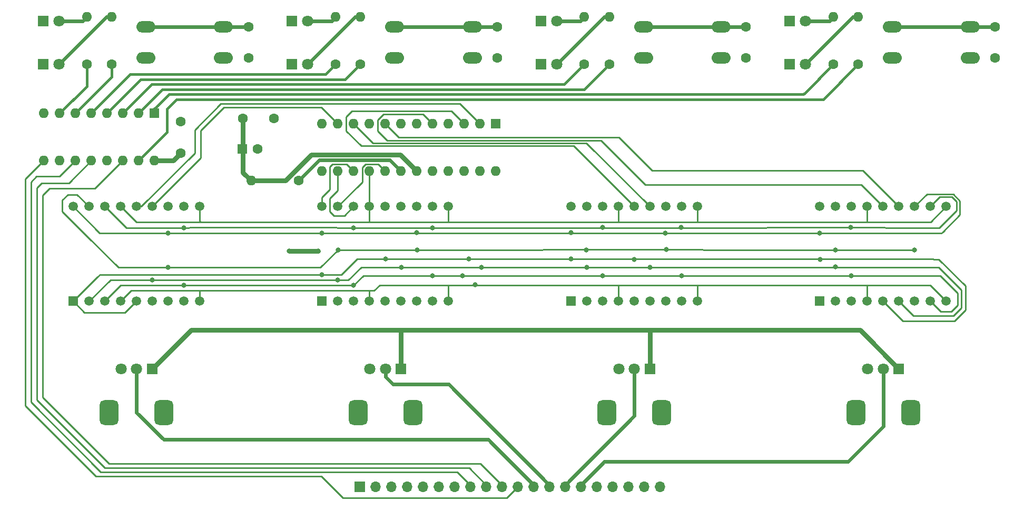
<source format=gbr>
%TF.GenerationSoftware,KiCad,Pcbnew,(6.0.5)*%
%TF.CreationDate,2022-12-29T11:20:52+00:00*%
%TF.ProjectId,PicoTX816-IOBoard,5069636f-5458-4383-9136-2d494f426f61,rev?*%
%TF.SameCoordinates,Original*%
%TF.FileFunction,Copper,L1,Top*%
%TF.FilePolarity,Positive*%
%FSLAX46Y46*%
G04 Gerber Fmt 4.6, Leading zero omitted, Abs format (unit mm)*
G04 Created by KiCad (PCBNEW (6.0.5)) date 2022-12-29 11:20:52*
%MOMM*%
%LPD*%
G01*
G04 APERTURE LIST*
G04 Aperture macros list*
%AMRoundRect*
0 Rectangle with rounded corners*
0 $1 Rounding radius*
0 $2 $3 $4 $5 $6 $7 $8 $9 X,Y pos of 4 corners*
0 Add a 4 corners polygon primitive as box body*
4,1,4,$2,$3,$4,$5,$6,$7,$8,$9,$2,$3,0*
0 Add four circle primitives for the rounded corners*
1,1,$1+$1,$2,$3*
1,1,$1+$1,$4,$5*
1,1,$1+$1,$6,$7*
1,1,$1+$1,$8,$9*
0 Add four rect primitives between the rounded corners*
20,1,$1+$1,$2,$3,$4,$5,0*
20,1,$1+$1,$4,$5,$6,$7,0*
20,1,$1+$1,$6,$7,$8,$9,0*
20,1,$1+$1,$8,$9,$2,$3,0*%
G04 Aperture macros list end*
%TA.AperFunction,ComponentPad*%
%ADD10C,1.600000*%
%TD*%
%TA.AperFunction,ComponentPad*%
%ADD11R,1.800000X1.800000*%
%TD*%
%TA.AperFunction,ComponentPad*%
%ADD12C,1.800000*%
%TD*%
%TA.AperFunction,ComponentPad*%
%ADD13RoundRect,0.750000X-0.750000X1.250000X-0.750000X-1.250000X0.750000X-1.250000X0.750000X1.250000X0*%
%TD*%
%TA.AperFunction,ComponentPad*%
%ADD14R,1.600000X1.600000*%
%TD*%
%TA.AperFunction,ComponentPad*%
%ADD15O,1.600000X1.600000*%
%TD*%
%TA.AperFunction,ComponentPad*%
%ADD16R,1.500000X1.500000*%
%TD*%
%TA.AperFunction,ComponentPad*%
%ADD17C,1.500000*%
%TD*%
%TA.AperFunction,ComponentPad*%
%ADD18O,3.048000X1.850000*%
%TD*%
%TA.AperFunction,ComponentPad*%
%ADD19R,1.700000X1.700000*%
%TD*%
%TA.AperFunction,ComponentPad*%
%ADD20O,1.700000X1.700000*%
%TD*%
%TA.AperFunction,ViaPad*%
%ADD21C,0.800000*%
%TD*%
%TA.AperFunction,Conductor*%
%ADD22C,0.250000*%
%TD*%
%TA.AperFunction,Conductor*%
%ADD23C,0.800000*%
%TD*%
%TA.AperFunction,Conductor*%
%ADD24C,0.600000*%
%TD*%
%TA.AperFunction,Conductor*%
%ADD25C,0.400000*%
%TD*%
G04 APERTURE END LIST*
D10*
%TO.P,C2,1*%
%TO.N,GND*%
X93000000Y-26000000D03*
%TO.P,C2,2*%
%TO.N,/SW2*%
X93000000Y-21000000D03*
%TD*%
%TO.P,C6,1*%
%TO.N,+5V*%
X52100000Y-35670000D03*
%TO.P,C6,2*%
%TO.N,GND*%
X57100000Y-35670000D03*
%TD*%
D11*
%TO.P,D6,1,K*%
%TO.N,GND*%
X100000000Y-27000000D03*
D12*
%TO.P,D6,2,A*%
%TO.N,Net-(D6-Pad2)*%
X102540000Y-27000000D03*
%TD*%
D11*
%TO.P,RV3,1,1*%
%TO.N,+3V3*%
X117540000Y-76000000D03*
D12*
%TO.P,RV3,2,2*%
%TO.N,/ALG3*%
X115040000Y-76000000D03*
%TO.P,RV3,3,3*%
%TO.N,GND*%
X112540000Y-76000000D03*
D13*
%TO.P,RV3,MP*%
%TO.N,N/C*%
X110640000Y-83000000D03*
X119440000Y-83000000D03*
%TD*%
D14*
%TO.P,U4,1,QB*%
%TO.N,Net-(R7-Pad1)*%
X37905000Y-34840000D03*
D15*
%TO.P,U4,2,QC*%
%TO.N,Net-(R6-Pad1)*%
X35365000Y-34840000D03*
%TO.P,U4,3,QD*%
%TO.N,Net-(R5-Pad1)*%
X32825000Y-34840000D03*
%TO.P,U4,4,QE*%
%TO.N,Net-(R4-Pad1)*%
X30285000Y-34840000D03*
%TO.P,U4,5,QF*%
%TO.N,Net-(R3-Pad1)*%
X27745000Y-34840000D03*
%TO.P,U4,6,QG*%
%TO.N,Net-(R2-Pad1)*%
X25205000Y-34840000D03*
%TO.P,U4,7,QH*%
%TO.N,Net-(R1-Pad1)*%
X22665000Y-34840000D03*
%TO.P,U4,8,GND*%
%TO.N,GND*%
X20125000Y-34840000D03*
%TO.P,U4,9,QH'*%
%TO.N,/595_OUT*%
X20125000Y-42460000D03*
%TO.P,U4,10,~{SRCLR}*%
%TO.N,+3V3*%
X22665000Y-42460000D03*
%TO.P,U4,11,SRCLK*%
%TO.N,/595_SHCP*%
X25205000Y-42460000D03*
%TO.P,U4,12,RCLK*%
%TO.N,/595_STCP*%
X27745000Y-42460000D03*
%TO.P,U4,13,~{OE}*%
%TO.N,GND*%
X30285000Y-42460000D03*
%TO.P,U4,14,SER*%
%TO.N,/595_DS*%
X32825000Y-42460000D03*
%TO.P,U4,15,QA*%
%TO.N,Net-(R8-Pad1)*%
X35365000Y-42460000D03*
%TO.P,U4,16,VCC*%
%TO.N,+3V3*%
X37905000Y-42460000D03*
%TD*%
D16*
%TO.P,U7,1,DIG1_E*%
%TO.N,Net-(U10-Pad1)*%
X24840000Y-65120000D03*
D17*
%TO.P,U7,2,DIG1_D*%
%TO.N,Net-(U10-Pad2)*%
X27380000Y-65120000D03*
%TO.P,U7,3,DIG1_C*%
%TO.N,Net-(U10-Pad3)*%
X29920000Y-65120000D03*
%TO.P,U7,4,DP1*%
%TO.N,Net-(U10-Pad4)*%
X32460000Y-65120000D03*
%TO.P,U7,5,DIG2_E*%
%TO.N,Net-(U10-Pad1)*%
X35000000Y-65120000D03*
%TO.P,U7,6,DIG2_D*%
%TO.N,Net-(U10-Pad2)*%
X37540000Y-65120000D03*
%TO.P,U7,7,DIG2_G*%
%TO.N,Net-(U10-Pad17)*%
X40080000Y-65120000D03*
%TO.P,U7,8,DIG2_C*%
%TO.N,Net-(U10-Pad3)*%
X42620000Y-65120000D03*
%TO.P,U7,9,DP2*%
%TO.N,Net-(U10-Pad4)*%
X45160000Y-65120000D03*
%TO.P,U7,10,DIG2_B*%
%TO.N,Net-(U10-Pad10)*%
X45160000Y-49880000D03*
%TO.P,U7,11,DIG2_A*%
%TO.N,Net-(U10-Pad11)*%
X42620000Y-49880000D03*
%TO.P,U7,12,DIG2_F*%
%TO.N,Net-(U10-Pad12)*%
X40080000Y-49880000D03*
%TO.P,U7,13,DIG2_CC*%
%TO.N,Net-(U2-Pad11)*%
X37540000Y-49880000D03*
%TO.P,U7,14,DIG1_CC*%
%TO.N,Net-(U2-Pad2)*%
X35000000Y-49880000D03*
%TO.P,U7,15,DIG1_B*%
%TO.N,Net-(U10-Pad10)*%
X32460000Y-49880000D03*
%TO.P,U7,16,DIG1_A*%
%TO.N,Net-(U10-Pad11)*%
X29920000Y-49880000D03*
%TO.P,U7,17,DIG1_G*%
%TO.N,Net-(U10-Pad17)*%
X27380000Y-49880000D03*
%TO.P,U7,18,DIG1_F*%
%TO.N,Net-(U10-Pad12)*%
X24840000Y-49880000D03*
%TD*%
D10*
%TO.P,R3,1*%
%TO.N,Net-(R3-Pad1)*%
X67000000Y-27000000D03*
D15*
%TO.P,R3,2*%
%TO.N,Net-(D3-Pad2)*%
X67000000Y-19380000D03*
%TD*%
D10*
%TO.P,R2,1*%
%TO.N,Net-(R2-Pad1)*%
X31000000Y-27000000D03*
D15*
%TO.P,R2,2*%
%TO.N,Net-(D2-Pad2)*%
X31000000Y-19380000D03*
%TD*%
D18*
%TO.P,SW3,1,1*%
%TO.N,/SW3*%
X129000000Y-21000000D03*
X116500000Y-21000000D03*
%TO.P,SW3,2,2*%
%TO.N,GND*%
X116500000Y-26000000D03*
X129000000Y-26000000D03*
%TD*%
D10*
%TO.P,R1,1*%
%TO.N,Net-(R1-Pad1)*%
X27000000Y-27000000D03*
D15*
%TO.P,R1,2*%
%TO.N,Net-(D1-Pad2)*%
X27000000Y-19380000D03*
%TD*%
D10*
%TO.P,R9,1*%
%TO.N,Net-(R9-Pad1)*%
X61040000Y-45720000D03*
D15*
%TO.P,R9,2*%
%TO.N,+5V*%
X53420000Y-45720000D03*
%TD*%
D10*
%TO.P,C4,1*%
%TO.N,GND*%
X173000000Y-26000000D03*
%TO.P,C4,2*%
%TO.N,/SW4*%
X173000000Y-21000000D03*
%TD*%
%TO.P,R8,1*%
%TO.N,Net-(R8-Pad1)*%
X151000000Y-27000000D03*
D15*
%TO.P,R8,2*%
%TO.N,Net-(D8-Pad2)*%
X151000000Y-19380000D03*
%TD*%
D10*
%TO.P,R5,1*%
%TO.N,Net-(R5-Pad1)*%
X107000000Y-27000000D03*
D15*
%TO.P,R5,2*%
%TO.N,Net-(D5-Pad2)*%
X107000000Y-19380000D03*
%TD*%
D16*
%TO.P,U9,1,DIG1_E*%
%TO.N,Net-(U10-Pad1)*%
X104840000Y-65120000D03*
D17*
%TO.P,U9,2,DIG1_D*%
%TO.N,Net-(U10-Pad2)*%
X107380000Y-65120000D03*
%TO.P,U9,3,DIG1_C*%
%TO.N,Net-(U10-Pad3)*%
X109920000Y-65120000D03*
%TO.P,U9,4,DP1*%
%TO.N,Net-(U10-Pad4)*%
X112460000Y-65120000D03*
%TO.P,U9,5,DIG2_E*%
%TO.N,Net-(U10-Pad1)*%
X115000000Y-65120000D03*
%TO.P,U9,6,DIG2_D*%
%TO.N,Net-(U10-Pad2)*%
X117540000Y-65120000D03*
%TO.P,U9,7,DIG2_G*%
%TO.N,Net-(U10-Pad17)*%
X120080000Y-65120000D03*
%TO.P,U9,8,DIG2_C*%
%TO.N,Net-(U10-Pad3)*%
X122620000Y-65120000D03*
%TO.P,U9,9,DP2*%
%TO.N,Net-(U10-Pad4)*%
X125160000Y-65120000D03*
%TO.P,U9,10,DIG2_B*%
%TO.N,Net-(U10-Pad10)*%
X125160000Y-49880000D03*
%TO.P,U9,11,DIG2_A*%
%TO.N,Net-(U10-Pad11)*%
X122620000Y-49880000D03*
%TO.P,U9,12,DIG2_F*%
%TO.N,Net-(U10-Pad12)*%
X120080000Y-49880000D03*
%TO.P,U9,13,DIG2_CC*%
%TO.N,Net-(U2-Pad10)*%
X117540000Y-49880000D03*
%TO.P,U9,14,DIG1_CC*%
%TO.N,Net-(U2-Pad3)*%
X115000000Y-49880000D03*
%TO.P,U9,15,DIG1_B*%
%TO.N,Net-(U10-Pad10)*%
X112460000Y-49880000D03*
%TO.P,U9,16,DIG1_A*%
%TO.N,Net-(U10-Pad11)*%
X109920000Y-49880000D03*
%TO.P,U9,17,DIG1_G*%
%TO.N,Net-(U10-Pad17)*%
X107380000Y-49880000D03*
%TO.P,U9,18,DIG1_F*%
%TO.N,Net-(U10-Pad12)*%
X104840000Y-49880000D03*
%TD*%
D11*
%TO.P,D1,1,K*%
%TO.N,GND*%
X20000000Y-20000000D03*
D12*
%TO.P,D1,2,A*%
%TO.N,Net-(D1-Pad2)*%
X22540000Y-20000000D03*
%TD*%
D19*
%TO.P,J2,1,Pin_1*%
%TO.N,+3V3*%
X70870000Y-95000000D03*
D20*
%TO.P,J2,2,Pin_2*%
%TO.N,+5V*%
X73410000Y-95000000D03*
%TO.P,J2,3,Pin_3*%
%TO.N,GND*%
X75950000Y-95000000D03*
%TO.P,J2,4,Pin_4*%
%TO.N,/SPI0_CS_5V*%
X78490000Y-95000000D03*
%TO.P,J2,5,Pin_5*%
%TO.N,/SPI0_SCK_5V*%
X81030000Y-95000000D03*
%TO.P,J2,6,Pin_6*%
%TO.N,/SPI0_TX_5V*%
X83570000Y-95000000D03*
%TO.P,J2,7,Pin_7*%
%TO.N,/LED_OUT_5V*%
X86110000Y-95000000D03*
%TO.P,J2,8,Pin_8*%
%TO.N,/595_SHCP*%
X88650000Y-95000000D03*
%TO.P,J2,9,Pin_9*%
%TO.N,/595_STCP*%
X91190000Y-95000000D03*
%TO.P,J2,10,Pin_10*%
%TO.N,/595_DS*%
X93730000Y-95000000D03*
%TO.P,J2,11,Pin_11*%
%TO.N,/595_OUT*%
X96270000Y-95000000D03*
%TO.P,J2,12,Pin_12*%
%TO.N,/ALG1*%
X98810000Y-95000000D03*
%TO.P,J2,13,Pin_13*%
%TO.N,/ALG2*%
X101350000Y-95000000D03*
%TO.P,J2,14,Pin_14*%
%TO.N,/ALG3*%
X103890000Y-95000000D03*
%TO.P,J2,15,Pin_15*%
%TO.N,/ALG4*%
X106430000Y-95000000D03*
%TO.P,J2,16,Pin_16*%
%TO.N,/SW1*%
X108970000Y-95000000D03*
%TO.P,J2,17,Pin_17*%
%TO.N,/SW2*%
X111510000Y-95000000D03*
%TO.P,J2,18,Pin_18*%
%TO.N,/SW3*%
X114050000Y-95000000D03*
%TO.P,J2,19,Pin_19*%
%TO.N,/SW4*%
X116590000Y-95000000D03*
%TO.P,J2,20,Pin_20*%
%TO.N,unconnected-(J2-Pad20)*%
X119130000Y-95000000D03*
%TD*%
D11*
%TO.P,D7,1,K*%
%TO.N,GND*%
X140000000Y-20000000D03*
D12*
%TO.P,D7,2,A*%
%TO.N,Net-(D7-Pad2)*%
X142540000Y-20000000D03*
%TD*%
D11*
%TO.P,RV1,1,1*%
%TO.N,+3V3*%
X37540000Y-76000000D03*
D12*
%TO.P,RV1,2,2*%
%TO.N,/ALG1*%
X35040000Y-76000000D03*
%TO.P,RV1,3,3*%
%TO.N,GND*%
X32540000Y-76000000D03*
D13*
%TO.P,RV1,MP*%
%TO.N,N/C*%
X30640000Y-83000000D03*
X39440000Y-83000000D03*
%TD*%
D18*
%TO.P,SW1,1,1*%
%TO.N,/SW1*%
X36500000Y-21000000D03*
X49000000Y-21000000D03*
%TO.P,SW1,2,2*%
%TO.N,GND*%
X49000000Y-26000000D03*
X36500000Y-26000000D03*
%TD*%
%TO.P,SW2,1,1*%
%TO.N,/SW2*%
X76500000Y-21000000D03*
X89000000Y-21000000D03*
%TO.P,SW2,2,2*%
%TO.N,GND*%
X89000000Y-26000000D03*
X76500000Y-26000000D03*
%TD*%
D14*
%TO.P,C10,1*%
%TO.N,+5V*%
X52014888Y-40650000D03*
D10*
%TO.P,C10,2*%
%TO.N,GND*%
X54514888Y-40650000D03*
%TD*%
D18*
%TO.P,SW4,1,1*%
%TO.N,/SW4*%
X169000000Y-21000000D03*
X156500000Y-21000000D03*
%TO.P,SW4,2,2*%
%TO.N,GND*%
X156500000Y-26000000D03*
X169000000Y-26000000D03*
%TD*%
D11*
%TO.P,D8,1,K*%
%TO.N,GND*%
X140000000Y-27000000D03*
D12*
%TO.P,D8,2,A*%
%TO.N,Net-(D8-Pad2)*%
X142540000Y-27000000D03*
%TD*%
D16*
%TO.P,U10,1,DIG1_E*%
%TO.N,Net-(U10-Pad1)*%
X144840000Y-65120000D03*
D17*
%TO.P,U10,2,DIG1_D*%
%TO.N,Net-(U10-Pad2)*%
X147380000Y-65120000D03*
%TO.P,U10,3,DIG1_C*%
%TO.N,Net-(U10-Pad3)*%
X149920000Y-65120000D03*
%TO.P,U10,4,DP1*%
%TO.N,Net-(U10-Pad4)*%
X152460000Y-65120000D03*
%TO.P,U10,5,DIG2_E*%
%TO.N,Net-(U10-Pad1)*%
X155000000Y-65120000D03*
%TO.P,U10,6,DIG2_D*%
%TO.N,Net-(U10-Pad2)*%
X157540000Y-65120000D03*
%TO.P,U10,7,DIG2_G*%
%TO.N,Net-(U10-Pad17)*%
X160080000Y-65120000D03*
%TO.P,U10,8,DIG2_C*%
%TO.N,Net-(U10-Pad3)*%
X162620000Y-65120000D03*
%TO.P,U10,9,DP2*%
%TO.N,Net-(U10-Pad4)*%
X165160000Y-65120000D03*
%TO.P,U10,10,DIG2_B*%
%TO.N,Net-(U10-Pad10)*%
X165160000Y-49880000D03*
%TO.P,U10,11,DIG2_A*%
%TO.N,Net-(U10-Pad11)*%
X162620000Y-49880000D03*
%TO.P,U10,12,DIG2_F*%
%TO.N,Net-(U10-Pad12)*%
X160080000Y-49880000D03*
%TO.P,U10,13,DIG2_CC*%
%TO.N,Net-(U10-Pad13)*%
X157540000Y-49880000D03*
%TO.P,U10,14,DIG1_CC*%
%TO.N,Net-(U10-Pad14)*%
X155000000Y-49880000D03*
%TO.P,U10,15,DIG1_B*%
%TO.N,Net-(U10-Pad10)*%
X152460000Y-49880000D03*
%TO.P,U10,16,DIG1_A*%
%TO.N,Net-(U10-Pad11)*%
X149920000Y-49880000D03*
%TO.P,U10,17,DIG1_G*%
%TO.N,Net-(U10-Pad17)*%
X147380000Y-49880000D03*
%TO.P,U10,18,DIG1_F*%
%TO.N,Net-(U10-Pad12)*%
X144840000Y-49880000D03*
%TD*%
D11*
%TO.P,D4,1,K*%
%TO.N,GND*%
X60000000Y-27000000D03*
D12*
%TO.P,D4,2,A*%
%TO.N,Net-(D4-Pad2)*%
X62540000Y-27000000D03*
%TD*%
D11*
%TO.P,RV4,1,1*%
%TO.N,+3V3*%
X157540000Y-76000000D03*
D12*
%TO.P,RV4,2,2*%
%TO.N,/ALG4*%
X155040000Y-76000000D03*
%TO.P,RV4,3,3*%
%TO.N,GND*%
X152540000Y-76000000D03*
D13*
%TO.P,RV4,MP*%
%TO.N,N/C*%
X159440000Y-83000000D03*
X150640000Y-83000000D03*
%TD*%
D11*
%TO.P,D2,1,K*%
%TO.N,GND*%
X20000000Y-27000000D03*
D12*
%TO.P,D2,2,A*%
%TO.N,Net-(D2-Pad2)*%
X22540000Y-27000000D03*
%TD*%
D11*
%TO.P,D5,1,K*%
%TO.N,GND*%
X100000000Y-20000000D03*
D12*
%TO.P,D5,2,A*%
%TO.N,Net-(D5-Pad2)*%
X102540000Y-20000000D03*
%TD*%
D16*
%TO.P,U8,1,DIG1_E*%
%TO.N,Net-(U10-Pad1)*%
X64840000Y-65120000D03*
D17*
%TO.P,U8,2,DIG1_D*%
%TO.N,Net-(U10-Pad2)*%
X67380000Y-65120000D03*
%TO.P,U8,3,DIG1_C*%
%TO.N,Net-(U10-Pad3)*%
X69920000Y-65120000D03*
%TO.P,U8,4,DP1*%
%TO.N,Net-(U10-Pad4)*%
X72460000Y-65120000D03*
%TO.P,U8,5,DIG2_E*%
%TO.N,Net-(U10-Pad1)*%
X75000000Y-65120000D03*
%TO.P,U8,6,DIG2_D*%
%TO.N,Net-(U10-Pad2)*%
X77540000Y-65120000D03*
%TO.P,U8,7,DIG2_G*%
%TO.N,Net-(U10-Pad17)*%
X80080000Y-65120000D03*
%TO.P,U8,8,DIG2_C*%
%TO.N,Net-(U10-Pad3)*%
X82620000Y-65120000D03*
%TO.P,U8,9,DP2*%
%TO.N,Net-(U10-Pad4)*%
X85160000Y-65120000D03*
%TO.P,U8,10,DIG2_B*%
%TO.N,Net-(U10-Pad10)*%
X85160000Y-49880000D03*
%TO.P,U8,11,DIG2_A*%
%TO.N,Net-(U10-Pad11)*%
X82620000Y-49880000D03*
%TO.P,U8,12,DIG2_F*%
%TO.N,Net-(U10-Pad12)*%
X80080000Y-49880000D03*
%TO.P,U8,13,DIG2_CC*%
%TO.N,Net-(U2-Pad7)*%
X77540000Y-49880000D03*
%TO.P,U8,14,DIG1_CC*%
%TO.N,Net-(U2-Pad6)*%
X75000000Y-49880000D03*
%TO.P,U8,15,DIG1_B*%
%TO.N,Net-(U10-Pad10)*%
X72460000Y-49880000D03*
%TO.P,U8,16,DIG1_A*%
%TO.N,Net-(U10-Pad11)*%
X69920000Y-49880000D03*
%TO.P,U8,17,DIG1_G*%
%TO.N,Net-(U10-Pad17)*%
X67380000Y-49880000D03*
%TO.P,U8,18,DIG1_F*%
%TO.N,Net-(U10-Pad12)*%
X64840000Y-49880000D03*
%TD*%
D10*
%TO.P,R6,1*%
%TO.N,Net-(R6-Pad1)*%
X111000000Y-27000000D03*
D15*
%TO.P,R6,2*%
%TO.N,Net-(D6-Pad2)*%
X111000000Y-19380000D03*
%TD*%
D10*
%TO.P,R4,1*%
%TO.N,Net-(R4-Pad1)*%
X71000000Y-27000000D03*
D15*
%TO.P,R4,2*%
%TO.N,Net-(D4-Pad2)*%
X71000000Y-19380000D03*
%TD*%
D11*
%TO.P,D3,1,K*%
%TO.N,GND*%
X60000000Y-20000000D03*
D12*
%TO.P,D3,2,A*%
%TO.N,Net-(D3-Pad2)*%
X62540000Y-20000000D03*
%TD*%
D10*
%TO.P,R7,1*%
%TO.N,Net-(R7-Pad1)*%
X147000000Y-27000000D03*
D15*
%TO.P,R7,2*%
%TO.N,Net-(D7-Pad2)*%
X147000000Y-19380000D03*
%TD*%
D11*
%TO.P,RV2,1,1*%
%TO.N,+3V3*%
X77540000Y-76000000D03*
D12*
%TO.P,RV2,2,2*%
%TO.N,/ALG2*%
X75040000Y-76000000D03*
%TO.P,RV2,3,3*%
%TO.N,GND*%
X72540000Y-76000000D03*
D13*
%TO.P,RV2,MP*%
%TO.N,N/C*%
X70640000Y-83000000D03*
X79440000Y-83000000D03*
%TD*%
D10*
%TO.P,C3,1*%
%TO.N,GND*%
X133000000Y-26000000D03*
%TO.P,C3,2*%
%TO.N,/SW3*%
X133000000Y-21000000D03*
%TD*%
%TO.P,C9,1*%
%TO.N,+3V3*%
X42140000Y-41250000D03*
%TO.P,C9,2*%
%TO.N,GND*%
X42140000Y-36250000D03*
%TD*%
D14*
%TO.P,U2,1,DIN*%
%TO.N,/SPI0_TX_5V*%
X92775000Y-36580000D03*
D15*
%TO.P,U2,2,DIG_0*%
%TO.N,Net-(U2-Pad2)*%
X90235000Y-36580000D03*
%TO.P,U2,3,DIG_4*%
%TO.N,Net-(U2-Pad3)*%
X87695000Y-36580000D03*
%TO.P,U2,4,GND*%
%TO.N,GND*%
X85155000Y-36580000D03*
%TO.P,U2,5,DIG_6*%
%TO.N,Net-(U10-Pad14)*%
X82615000Y-36580000D03*
%TO.P,U2,6,DIG_2*%
%TO.N,Net-(U2-Pad6)*%
X80075000Y-36580000D03*
%TO.P,U2,7,DIG_3*%
%TO.N,Net-(U2-Pad7)*%
X77535000Y-36580000D03*
%TO.P,U2,8,DIG_7*%
%TO.N,Net-(U10-Pad13)*%
X74995000Y-36580000D03*
%TO.P,U2,9,GND*%
%TO.N,GND*%
X72455000Y-36580000D03*
%TO.P,U2,10,DIG_5*%
%TO.N,Net-(U2-Pad10)*%
X69915000Y-36580000D03*
%TO.P,U2,11,DIG_1*%
%TO.N,Net-(U2-Pad11)*%
X67375000Y-36580000D03*
%TO.P,U2,12,LOAD*%
%TO.N,/SPI0_CS_5V*%
X64835000Y-36580000D03*
%TO.P,U2,13,CLK*%
%TO.N,/SPI0_SCK_5V*%
X64835000Y-44200000D03*
%TO.P,U2,14,SEG_A*%
%TO.N,Net-(U10-Pad11)*%
X67375000Y-44200000D03*
%TO.P,U2,15,SEG_F*%
%TO.N,Net-(U10-Pad12)*%
X69915000Y-44200000D03*
%TO.P,U2,16,SEG_B*%
%TO.N,Net-(U10-Pad10)*%
X72455000Y-44200000D03*
%TO.P,U2,17,SEG_G*%
%TO.N,Net-(U10-Pad17)*%
X74995000Y-44200000D03*
%TO.P,U2,18,ISET*%
%TO.N,Net-(R9-Pad1)*%
X77535000Y-44200000D03*
%TO.P,U2,19,V+*%
%TO.N,+5V*%
X80075000Y-44200000D03*
%TO.P,U2,20,SEG_C*%
%TO.N,Net-(U10-Pad3)*%
X82615000Y-44200000D03*
%TO.P,U2,21,SEG_E*%
%TO.N,Net-(U10-Pad1)*%
X85155000Y-44200000D03*
%TO.P,U2,22,SEG_DP*%
%TO.N,Net-(U10-Pad4)*%
X87695000Y-44200000D03*
%TO.P,U2,23,SEG_D*%
%TO.N,Net-(U10-Pad2)*%
X90235000Y-44200000D03*
%TO.P,U2,24,DOUT*%
%TO.N,/LED_OUT_5V*%
X92775000Y-44200000D03*
%TD*%
D10*
%TO.P,C1,1*%
%TO.N,GND*%
X53000000Y-26000000D03*
%TO.P,C1,2*%
%TO.N,/SW1*%
X53000000Y-21000000D03*
%TD*%
D21*
%TO.N,GND*%
X64220000Y-57020000D03*
X59540000Y-57020000D03*
%TO.N,Net-(U10-Pad11)*%
X149850000Y-53260000D03*
X122560000Y-53230000D03*
X109920000Y-53250000D03*
X82590000Y-53300000D03*
X69920000Y-53290000D03*
X42630000Y-53300000D03*
%TO.N,Net-(U10-Pad12)*%
X64820000Y-54140000D03*
X40060000Y-54150000D03*
X144850000Y-54140000D03*
X104820000Y-54100000D03*
X80080000Y-54110000D03*
X120040000Y-54130000D03*
%TO.N,Net-(U10-Pad17)*%
X160050000Y-56880000D03*
X120140000Y-56800000D03*
X147390000Y-56900000D03*
X107270000Y-56850000D03*
X80140000Y-56830000D03*
X67430000Y-56840000D03*
X40090000Y-59650000D03*
%TO.N,Net-(U10-Pad3)*%
X87380000Y-61050000D03*
X69920000Y-62580000D03*
X149900000Y-61050000D03*
X82590000Y-61030000D03*
X109910000Y-61050000D03*
X42610000Y-62580000D03*
X122600000Y-61020000D03*
%TO.N,Net-(U10-Pad1)*%
X115010000Y-58410000D03*
X88392000Y-58320000D03*
X144860000Y-58370000D03*
X64840000Y-60840000D03*
X104870000Y-58350000D03*
X75030000Y-58320000D03*
%TO.N,Net-(U10-Pad4)*%
X89408000Y-62470000D03*
%TO.N,Net-(U10-Pad2)*%
X147350000Y-59610000D03*
X90424000Y-59640000D03*
X117530000Y-59690000D03*
X37550000Y-61700000D03*
X107390000Y-59690000D03*
X67350000Y-61720000D03*
X77550000Y-59630000D03*
%TD*%
D22*
%TO.N,Net-(U10-Pad3)*%
X109910000Y-61050000D02*
X87380000Y-61050000D01*
X87360000Y-61030000D02*
X87380000Y-61050000D01*
X82590000Y-61030000D02*
X87360000Y-61030000D01*
D23*
%TO.N,GND*%
X59540000Y-57020000D02*
X64220000Y-57020000D01*
D24*
%TO.N,/SW1*%
X36500000Y-21000000D02*
X49000000Y-21000000D01*
X53000000Y-21000000D02*
X49000000Y-21000000D01*
%TO.N,/SW3*%
X133000000Y-21000000D02*
X129000000Y-21000000D01*
X116500000Y-21000000D02*
X129000000Y-21000000D01*
%TO.N,/SW2*%
X93000000Y-21000000D02*
X89000000Y-21000000D01*
X76500000Y-21000000D02*
X89000000Y-21000000D01*
%TO.N,/SW4*%
X156500000Y-21000000D02*
X169000000Y-21000000D01*
X173000000Y-21000000D02*
X169000000Y-21000000D01*
D23*
%TO.N,+3V3*%
X37540000Y-76000000D02*
X43780000Y-69760000D01*
X37905000Y-42460000D02*
X40930000Y-42460000D01*
X117540000Y-76000000D02*
X117540000Y-73260000D01*
X77330000Y-69760000D02*
X117620000Y-69760000D01*
X117620000Y-69760000D02*
X151300000Y-69760000D01*
X77540000Y-69970000D02*
X77330000Y-69760000D01*
X151300000Y-69760000D02*
X157540000Y-76000000D01*
X43780000Y-69760000D02*
X77330000Y-69760000D01*
X117540000Y-73260000D02*
X117540000Y-69840000D01*
X77540000Y-72600000D02*
X77540000Y-69970000D01*
X40930000Y-42460000D02*
X42140000Y-41250000D01*
X77540000Y-76000000D02*
X77540000Y-72600000D01*
X117540000Y-69840000D02*
X117620000Y-69760000D01*
%TO.N,+5V*%
X58930000Y-45720000D02*
X63130000Y-41520000D01*
X53420000Y-45720000D02*
X58930000Y-45720000D01*
X52084888Y-40350000D02*
X52084888Y-35685112D01*
X52084888Y-40350000D02*
X52084888Y-44384888D01*
X63130000Y-41520000D02*
X77395000Y-41520000D01*
X52084888Y-44384888D02*
X53420000Y-45720000D01*
X77395000Y-41520000D02*
X80075000Y-44200000D01*
X52084888Y-35685112D02*
X52100000Y-35670000D01*
D24*
%TO.N,Net-(D1-Pad2)*%
X22540000Y-20000000D02*
X26380000Y-20000000D01*
X26380000Y-20000000D02*
X27000000Y-19380000D01*
%TO.N,Net-(D2-Pad2)*%
X30160000Y-19380000D02*
X31000000Y-19380000D01*
X22540000Y-27000000D02*
X30160000Y-19380000D01*
%TO.N,Net-(D3-Pad2)*%
X62540000Y-20000000D02*
X66380000Y-20000000D01*
X66380000Y-20000000D02*
X67000000Y-19380000D01*
%TO.N,Net-(D4-Pad2)*%
X70160000Y-19380000D02*
X71000000Y-19380000D01*
X62540000Y-27000000D02*
X70160000Y-19380000D01*
%TO.N,Net-(D5-Pad2)*%
X106380000Y-20000000D02*
X107000000Y-19380000D01*
X102540000Y-20000000D02*
X106380000Y-20000000D01*
%TO.N,Net-(D6-Pad2)*%
X102540000Y-27000000D02*
X110160000Y-19380000D01*
X110160000Y-19380000D02*
X111000000Y-19380000D01*
%TO.N,Net-(D7-Pad2)*%
X146380000Y-20000000D02*
X147000000Y-19380000D01*
X142540000Y-20000000D02*
X146380000Y-20000000D01*
%TO.N,Net-(D8-Pad2)*%
X142540000Y-27000000D02*
X150160000Y-19380000D01*
X150160000Y-19380000D02*
X151000000Y-19380000D01*
D22*
%TO.N,/595_DS*%
X19960000Y-48040000D02*
X19960000Y-80580000D01*
X19960000Y-80580000D02*
X28000000Y-88620000D01*
X28307500Y-46977500D02*
X21022500Y-46977500D01*
X32825000Y-42460000D02*
X28307500Y-46977500D01*
X93745000Y-94680000D02*
X90317500Y-91252500D01*
X30632500Y-91252500D02*
X28000000Y-88620000D01*
X90317500Y-91252500D02*
X30632500Y-91252500D01*
X21022500Y-46977500D02*
X19960000Y-48040000D01*
%TO.N,/595_SHCP*%
X18940000Y-45040000D02*
X18060000Y-45920000D01*
X22625000Y-45040000D02*
X18940000Y-45040000D01*
X18060000Y-45920000D02*
X18060000Y-81380000D01*
X86577500Y-92592500D02*
X88665000Y-94680000D01*
X29272500Y-92592500D02*
X86577500Y-92592500D01*
X18060000Y-81380000D02*
X29272500Y-92592500D01*
X25205000Y-42460000D02*
X22625000Y-45040000D01*
%TO.N,/595_STCP*%
X18970000Y-80430000D02*
X18970000Y-81040000D01*
X19797500Y-46082500D02*
X18970000Y-46910000D01*
X18970000Y-81040000D02*
X29887500Y-91957500D01*
X18970000Y-46910000D02*
X18970000Y-80430000D01*
X27745000Y-42460000D02*
X24122500Y-46082500D01*
X88482500Y-91957500D02*
X30307500Y-91957500D01*
X91205000Y-94680000D02*
X88482500Y-91957500D01*
X24122500Y-46082500D02*
X19797500Y-46082500D01*
X29887500Y-91957500D02*
X30307500Y-91957500D01*
%TO.N,/595_OUT*%
X20125000Y-42460000D02*
X17117500Y-45467500D01*
X68210978Y-96780000D02*
X94490000Y-96780000D01*
X17117500Y-45467500D02*
X17117500Y-81937500D01*
X64690978Y-93260000D02*
X68210978Y-96780000D01*
X28440000Y-93260000D02*
X64690978Y-93260000D01*
X94490000Y-96780000D02*
X96270000Y-95000000D01*
X17117500Y-81937500D02*
X28440000Y-93260000D01*
D25*
%TO.N,Net-(R1-Pad1)*%
X27000000Y-30505000D02*
X22665000Y-34840000D01*
X27000000Y-27000000D02*
X27000000Y-30505000D01*
%TO.N,Net-(R2-Pad1)*%
X25205000Y-34840000D02*
X31000000Y-29045000D01*
X31000000Y-29045000D02*
X31000000Y-27000000D01*
%TO.N,Net-(R3-Pad1)*%
X65380000Y-28620000D02*
X67000000Y-27000000D01*
X33965000Y-28620000D02*
X65380000Y-28620000D01*
X27745000Y-34840000D02*
X33965000Y-28620000D01*
%TO.N,Net-(R4-Pad1)*%
X68570000Y-29430000D02*
X35695000Y-29430000D01*
X35695000Y-29430000D02*
X30285000Y-34840000D01*
X71000000Y-27000000D02*
X68570000Y-29430000D01*
%TO.N,Net-(R5-Pad1)*%
X37425000Y-30240000D02*
X32825000Y-34840000D01*
X103760000Y-30240000D02*
X37425000Y-30240000D01*
X107000000Y-27000000D02*
X103760000Y-30240000D01*
%TO.N,Net-(R6-Pad1)*%
X106952500Y-31047500D02*
X111000000Y-27000000D01*
X39157500Y-31047500D02*
X106952500Y-31047500D01*
X35365000Y-34840000D02*
X39157500Y-31047500D01*
%TO.N,Net-(R7-Pad1)*%
X142402409Y-31607591D02*
X142160000Y-31850000D01*
X147000000Y-27000000D02*
X142402409Y-31597591D01*
X142160000Y-31850000D02*
X40269308Y-31850000D01*
X142402409Y-31597591D02*
X142402409Y-31607591D01*
D24*
X37905000Y-34840000D02*
X37905000Y-34214308D01*
D25*
X40269308Y-31850000D02*
X37905000Y-34214308D01*
%TO.N,Net-(R8-Pad1)*%
X145365000Y-32635000D02*
X151000000Y-27000000D01*
X39950000Y-34140000D02*
X41455000Y-32635000D01*
X41455000Y-32635000D02*
X145365000Y-32635000D01*
X39950000Y-37875000D02*
X39950000Y-34140000D01*
X35365000Y-42460000D02*
X39950000Y-37875000D01*
D24*
%TO.N,Net-(R9-Pad1)*%
X75754520Y-42419520D02*
X77535000Y-44200000D01*
X64340480Y-42419520D02*
X75754520Y-42419520D01*
X61040000Y-45720000D02*
X64340480Y-42419520D01*
D22*
%TO.N,Net-(U10-Pad14)*%
X74676000Y-35052000D02*
X73777350Y-35950650D01*
X73777350Y-37709350D02*
X75300020Y-39232020D01*
X73777350Y-35950650D02*
X73777350Y-36439350D01*
X75300020Y-39232020D02*
X76591980Y-39232020D01*
X116810000Y-46360000D02*
X109682020Y-39232020D01*
X81087000Y-35052000D02*
X74676000Y-35052000D01*
X73777350Y-36439350D02*
X73777350Y-37709350D01*
X151480000Y-46360000D02*
X116810000Y-46360000D01*
X109682020Y-39232020D02*
X76056720Y-39232020D01*
X82615000Y-36580000D02*
X81087000Y-35052000D01*
X155000000Y-49880000D02*
X151480000Y-46360000D01*
%TO.N,Net-(U10-Pad13)*%
X74995000Y-36580000D02*
X77197500Y-38782500D01*
X117870000Y-44060000D02*
X151720000Y-44060000D01*
X151720000Y-44060000D02*
X157540000Y-49880000D01*
X77197500Y-38782500D02*
X112592500Y-38782500D01*
X112592500Y-38782500D02*
X117870000Y-44060000D01*
%TO.N,Net-(U10-Pad11)*%
X33350000Y-53310000D02*
X53540000Y-53260000D01*
X164150000Y-48350000D02*
X162620000Y-49880000D01*
X66110000Y-49810000D02*
X66110000Y-50720000D01*
X66110000Y-48560000D02*
X67375000Y-47295000D01*
X66110000Y-49810000D02*
X66110000Y-48560000D01*
X66110000Y-50720000D02*
X66750000Y-51360000D01*
X66750000Y-51360000D02*
X68440000Y-51360000D01*
X81160000Y-53310000D02*
X82590000Y-53300000D01*
X81160000Y-53310000D02*
X82490000Y-53310000D01*
X68440000Y-51360000D02*
X69920000Y-49880000D01*
X149850000Y-53260000D02*
X161021314Y-53308686D01*
X166800000Y-49090000D02*
X166060000Y-48350000D01*
X166060000Y-48350000D02*
X164150000Y-48350000D01*
X29920000Y-49880000D02*
X33350000Y-53310000D01*
X92549641Y-53309641D02*
X109860359Y-53309641D01*
X166800000Y-50550000D02*
X166800000Y-49090000D01*
X67375000Y-47295000D02*
X67375000Y-44200000D01*
X122519641Y-53309641D02*
X149850000Y-53260000D01*
X161021314Y-53308686D02*
X164041314Y-53308686D01*
X109860359Y-53309641D02*
X122519641Y-53309641D01*
X109920000Y-53250000D02*
X109860359Y-53309641D01*
X82590000Y-53300000D02*
X92549641Y-53309641D01*
X164041314Y-53308686D02*
X166800000Y-50550000D01*
X53540000Y-53260000D02*
X81160000Y-53310000D01*
%TO.N,Net-(U10-Pad12)*%
X24840000Y-49880000D02*
X28935000Y-53975000D01*
X28935000Y-53975000D02*
X29090000Y-54130000D01*
X162059520Y-47900480D02*
X160080000Y-49880000D01*
X66454511Y-43075489D02*
X66080000Y-43450000D01*
X64840000Y-48380000D02*
X64840000Y-49880000D01*
X68790489Y-43075489D02*
X66454511Y-43075489D01*
X164410000Y-54130000D02*
X164590000Y-53950000D01*
X29090000Y-54130000D02*
X164410000Y-54130000D01*
X167360000Y-51180000D02*
X167360000Y-48970000D01*
X69915000Y-44200000D02*
X68790489Y-43075489D01*
X166290480Y-47900480D02*
X162059520Y-47900480D01*
X167360000Y-48970000D02*
X166290480Y-47900480D01*
X66080000Y-47140000D02*
X64840000Y-48380000D01*
X66080000Y-43450000D02*
X66080000Y-47140000D01*
X164590000Y-53950000D02*
X167360000Y-51180000D01*
%TO.N,Net-(U10-Pad10)*%
X45160000Y-49880000D02*
X45160000Y-52240000D01*
X125160000Y-52310000D02*
X125160000Y-49880000D01*
X34960000Y-52380000D02*
X45770000Y-52380000D01*
X45770000Y-52380000D02*
X55520000Y-52370000D01*
X162670000Y-52370000D02*
X165160000Y-49880000D01*
X112460000Y-49880000D02*
X112460000Y-52280000D01*
X152460000Y-52300000D02*
X152530000Y-52370000D01*
X85160000Y-52370000D02*
X85160000Y-49880000D01*
X72460000Y-52240000D02*
X72320000Y-52380000D01*
X72460000Y-49880000D02*
X72460000Y-52240000D01*
X72455000Y-44200000D02*
X72455000Y-49875000D01*
X45160000Y-52240000D02*
X45300000Y-52380000D01*
X112550000Y-52370000D02*
X124850000Y-52370000D01*
X124850000Y-52370000D02*
X152530000Y-52370000D01*
X85160000Y-52370000D02*
X112550000Y-52370000D01*
X85150000Y-52380000D02*
X85160000Y-52370000D01*
X152530000Y-52370000D02*
X162670000Y-52370000D01*
X32460000Y-49880000D02*
X34960000Y-52380000D01*
X112460000Y-52280000D02*
X112550000Y-52370000D01*
X124850000Y-52370000D02*
X125100000Y-52370000D01*
X125100000Y-52370000D02*
X125160000Y-52310000D01*
X45300000Y-52380000D02*
X45770000Y-52380000D01*
X55520000Y-52370000D02*
X72320000Y-52380000D01*
X72455000Y-49875000D02*
X72460000Y-49880000D01*
X152460000Y-49880000D02*
X152460000Y-52300000D01*
X72320000Y-52380000D02*
X85150000Y-52380000D01*
%TO.N,Net-(U10-Pad17)*%
X23080000Y-48860000D02*
X23080000Y-50670000D01*
X70930000Y-46330000D02*
X71330000Y-45930000D01*
X73870489Y-43075489D02*
X74995000Y-44200000D01*
X67440000Y-56830000D02*
X67430000Y-56840000D01*
X70930000Y-46330000D02*
X67380000Y-49880000D01*
X71824511Y-43075489D02*
X73870489Y-43075489D01*
X71330000Y-45930000D02*
X71330000Y-43570000D01*
X80140000Y-56830000D02*
X120140000Y-56800000D01*
X71330000Y-43570000D02*
X71824511Y-43075489D01*
X67430000Y-56840000D02*
X64570000Y-59700000D01*
X32110000Y-59700000D02*
X27160000Y-54750000D01*
X23080000Y-50670000D02*
X27160000Y-54750000D01*
X132140000Y-56830000D02*
X160090000Y-56830000D01*
X23970000Y-47970000D02*
X23080000Y-48860000D01*
X27380000Y-49880000D02*
X25470000Y-47970000D01*
X64570000Y-59700000D02*
X32110000Y-59700000D01*
X120140000Y-56800000D02*
X132140000Y-56830000D01*
X25470000Y-47970000D02*
X23970000Y-47970000D01*
X80140000Y-56830000D02*
X67440000Y-56830000D01*
%TO.N,Net-(U10-Pad3)*%
X166979282Y-63789282D02*
X166979282Y-65730718D01*
X29920000Y-65120000D02*
X32460000Y-62580000D01*
X164245000Y-66745000D02*
X162620000Y-65120000D01*
X32460000Y-62580000D02*
X42610000Y-62580000D01*
X165965000Y-66745000D02*
X164245000Y-66745000D01*
X109910000Y-61050000D02*
X149900000Y-61050000D01*
X42610000Y-62580000D02*
X69890000Y-62580000D01*
X72544134Y-61034134D02*
X82590000Y-61030000D01*
X149900000Y-61050000D02*
X164240000Y-61050000D01*
X164240000Y-61050000D02*
X166979282Y-63789282D01*
X71465866Y-61034134D02*
X72544134Y-61034134D01*
X69920000Y-62580000D02*
X71465866Y-61034134D01*
X166979282Y-65730718D02*
X165965000Y-66745000D01*
%TO.N,Net-(U10-Pad1)*%
X166490000Y-68300000D02*
X168250000Y-66540000D01*
X75030000Y-58320000D02*
X104870000Y-58350000D01*
X158180000Y-68300000D02*
X166490000Y-68300000D01*
X163105718Y-58340000D02*
X104870000Y-58350000D01*
X70437903Y-58302097D02*
X75030000Y-58320000D01*
X29120000Y-60840000D02*
X28750000Y-61210000D01*
X64840000Y-60840000D02*
X29120000Y-60840000D01*
X163135718Y-58370000D02*
X163105718Y-58340000D01*
X155000000Y-65120000D02*
X158180000Y-68300000D01*
X67900000Y-60840000D02*
X70437903Y-58302097D01*
X24840000Y-65120000D02*
X28750000Y-61210000D01*
X24840000Y-65120000D02*
X26660000Y-66940000D01*
X26660000Y-66940000D02*
X33180000Y-66940000D01*
X168250000Y-62630000D02*
X163990000Y-58370000D01*
X64840000Y-60840000D02*
X67900000Y-60840000D01*
X168250000Y-66540000D02*
X168250000Y-62630000D01*
X33180000Y-66940000D02*
X35000000Y-65120000D01*
X163990000Y-58370000D02*
X163135718Y-58370000D01*
%TO.N,Net-(U10-Pad4)*%
X85160000Y-62630000D02*
X85050000Y-62520000D01*
X73220000Y-63380000D02*
X74080000Y-62520000D01*
X112460000Y-62520000D02*
X125020000Y-62520000D01*
X45160000Y-63380000D02*
X72480000Y-63380000D01*
X85050000Y-62520000D02*
X112460000Y-62520000D01*
X34160000Y-63420000D02*
X45120000Y-63420000D01*
X152440000Y-62520000D02*
X162560000Y-62520000D01*
X72480000Y-63380000D02*
X73220000Y-63380000D01*
X125160000Y-65120000D02*
X125160000Y-62660000D01*
X45120000Y-63420000D02*
X45160000Y-63380000D01*
X125160000Y-62660000D02*
X125020000Y-62520000D01*
X112460000Y-65120000D02*
X112460000Y-62520000D01*
X72460000Y-65120000D02*
X72460000Y-63400000D01*
X74080000Y-62520000D02*
X85050000Y-62520000D01*
X45160000Y-65120000D02*
X45160000Y-63380000D01*
X85160000Y-65120000D02*
X85160000Y-62630000D01*
X152460000Y-65120000D02*
X152460000Y-62540000D01*
X152460000Y-62540000D02*
X152440000Y-62520000D01*
X72460000Y-63400000D02*
X72480000Y-63380000D01*
X162560000Y-62520000D02*
X165160000Y-65120000D01*
X32460000Y-65120000D02*
X34160000Y-63420000D01*
X125020000Y-62520000D02*
X152440000Y-62520000D01*
%TO.N,Net-(U10-Pad2)*%
X27380000Y-65120000D02*
X30810000Y-61690000D01*
X69060000Y-61700000D02*
X71130000Y-59630000D01*
X37540000Y-61690000D02*
X37550000Y-61700000D01*
X167590000Y-66170000D02*
X166325000Y-67435000D01*
X167590000Y-63300000D02*
X167590000Y-66170000D01*
X90280000Y-59630000D02*
X163440196Y-59669804D01*
X37550000Y-61700000D02*
X69060000Y-61700000D01*
X163440196Y-59669804D02*
X163959804Y-59669804D01*
X30810000Y-61690000D02*
X37540000Y-61690000D01*
X159855000Y-67435000D02*
X157540000Y-65120000D01*
X71130000Y-59630000D02*
X90280000Y-59630000D01*
X166325000Y-67435000D02*
X159855000Y-67435000D01*
X163959804Y-59669804D02*
X167590000Y-63300000D01*
%TO.N,Net-(U2-Pad2)*%
X87025000Y-33370000D02*
X90235000Y-36580000D01*
X44360000Y-41270000D02*
X44360000Y-37560000D01*
X35750000Y-49880000D02*
X44360000Y-41270000D01*
X35000000Y-49880000D02*
X35750000Y-49880000D01*
X48550000Y-33370000D02*
X87025000Y-33370000D01*
X44360000Y-37560000D02*
X48550000Y-33370000D01*
%TO.N,Net-(U2-Pad3)*%
X105251060Y-40131060D02*
X71119060Y-40131060D01*
X68707000Y-37719000D02*
X68707000Y-35433000D01*
X71119060Y-40131060D02*
X68707000Y-37719000D01*
X85659000Y-34544000D02*
X87695000Y-36580000D01*
X69596000Y-34544000D02*
X85659000Y-34544000D01*
X115000000Y-49880000D02*
X105251060Y-40131060D01*
X68707000Y-35433000D02*
X69596000Y-34544000D01*
%TO.N,Net-(U2-Pad10)*%
X107341540Y-39681540D02*
X117540000Y-49880000D01*
X69915000Y-36580000D02*
X73016540Y-39681540D01*
X73016540Y-39681540D02*
X107341540Y-39681540D01*
%TO.N,Net-(U2-Pad11)*%
X64685000Y-33890000D02*
X67375000Y-36580000D01*
X37540000Y-49880000D02*
X45340000Y-42080000D01*
X49060000Y-33890000D02*
X64685000Y-33890000D01*
X45340000Y-37610000D02*
X49060000Y-33890000D01*
X45340000Y-42080000D02*
X45340000Y-37610000D01*
D24*
%TO.N,/ALG1*%
X98825000Y-94680000D02*
X91521000Y-87376000D01*
X39370000Y-87376000D02*
X35040000Y-83046000D01*
X35040000Y-83046000D02*
X35040000Y-76000000D01*
X91521000Y-87376000D02*
X39370000Y-87376000D01*
%TO.N,/ALG2*%
X76253208Y-78486000D02*
X75040000Y-77272792D01*
X75040000Y-77272792D02*
X75040000Y-76000000D01*
X85171000Y-78486000D02*
X76253208Y-78486000D01*
X101365000Y-94680000D02*
X85171000Y-78486000D01*
%TO.N,/ALG3*%
X103905000Y-94680000D02*
X115040000Y-83545000D01*
X115040000Y-83545000D02*
X115040000Y-76000000D01*
%TO.N,/ALG4*%
X106445000Y-94680000D02*
X110193000Y-90932000D01*
X155040000Y-85244000D02*
X155040000Y-76000000D01*
X110193000Y-90932000D02*
X149352000Y-90932000D01*
X149352000Y-90932000D02*
X155040000Y-85244000D01*
%TD*%
M02*

</source>
